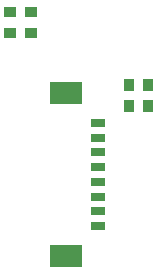
<source format=gbr>
G04 DesignSpark PCB PRO Gerber Version 10.0 Build 5299*
G04 #@! TF.Part,Single*
G04 #@! TF.FileFunction,Paste,Top*
G04 #@! TF.FilePolarity,Positive*
%FSLAX35Y35*%
%MOIN*%
G04 #@! TA.AperFunction,SMDPad,CuDef*
%ADD84R,0.03543X0.03898*%
%ADD94R,0.04803X0.02835*%
%ADD83R,0.03898X0.03543*%
%ADD95R,0.10984X0.07441*%
G04 #@! TD.AperFunction*
X0Y0D02*
D02*
D83*
X12104Y249069D03*
Y256156D03*
X19104Y249069D03*
Y256156D03*
D02*
D84*
X51825Y224703D03*
Y231703D03*
X58124Y224703D03*
Y231703D03*
D02*
D94*
X41620Y184797D03*
Y189719D03*
Y194640D03*
Y199561D03*
Y204482D03*
Y209404D03*
Y214325D03*
Y219246D03*
D02*
D95*
X30793Y174758D03*
Y229285D03*
X0Y0D02*
M02*

</source>
